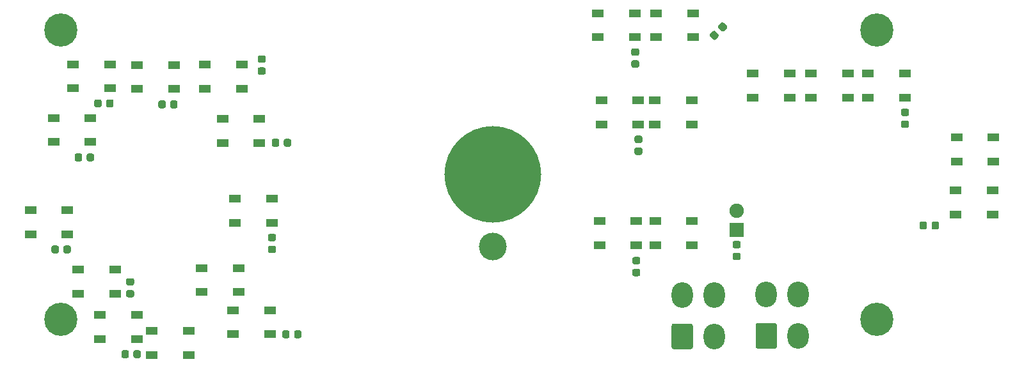
<source format=gbr>
%TF.GenerationSoftware,KiCad,Pcbnew,(5.1.6)-1*%
%TF.CreationDate,2020-12-18T19:30:20+11:00*%
%TF.ProjectId,FCS Panel PCB V2,46435320-5061-46e6-956c-205043422056,rev?*%
%TF.SameCoordinates,Original*%
%TF.FileFunction,Soldermask,Top*%
%TF.FilePolarity,Negative*%
%FSLAX46Y46*%
G04 Gerber Fmt 4.6, Leading zero omitted, Abs format (unit mm)*
G04 Created by KiCad (PCBNEW (5.1.6)-1) date 2020-12-18 19:30:20*
%MOMM*%
%LPD*%
G01*
G04 APERTURE LIST*
%ADD10C,4.400000*%
%ADD11C,12.800000*%
%ADD12C,3.672000*%
%ADD13O,2.800000X3.400000*%
%ADD14C,1.900000*%
%ADD15R,1.900000X1.900000*%
%ADD16R,1.600000X1.100000*%
G04 APERTURE END LIST*
D10*
%TO.C,4*%
X90200894Y-90014146D03*
%TD*%
%TO.C,3*%
X198150894Y-90014146D03*
%TD*%
%TO.C,2*%
X198150894Y-51660146D03*
%TD*%
%TO.C,1*%
X90200894Y-51660146D03*
%TD*%
D11*
%TO.C,1*%
X147350894Y-70837146D03*
X147350894Y-70837146D03*
D12*
X147350894Y-80362146D03*
%TD*%
%TO.C,R1*%
G36*
G01*
X179902250Y-80606700D02*
X179339750Y-80606700D01*
G75*
G02*
X179096000Y-80362950I0J243750D01*
G01*
X179096000Y-79875450D01*
G75*
G02*
X179339750Y-79631700I243750J0D01*
G01*
X179902250Y-79631700D01*
G75*
G02*
X180146000Y-79875450I0J-243750D01*
G01*
X180146000Y-80362950D01*
G75*
G02*
X179902250Y-80606700I-243750J0D01*
G01*
G37*
G36*
G01*
X179902250Y-82181700D02*
X179339750Y-82181700D01*
G75*
G02*
X179096000Y-81937950I0J243750D01*
G01*
X179096000Y-81450450D01*
G75*
G02*
X179339750Y-81206700I243750J0D01*
G01*
X179902250Y-81206700D01*
G75*
G02*
X180146000Y-81450450I0J-243750D01*
G01*
X180146000Y-81937950D01*
G75*
G02*
X179902250Y-82181700I-243750J0D01*
G01*
G37*
%TD*%
D13*
%TO.C,J2*%
X176624000Y-86788400D03*
X172424000Y-86788400D03*
X176624000Y-92288400D03*
G36*
G01*
X171024000Y-93729140D02*
X171024000Y-90847660D01*
G75*
G02*
X171283260Y-90588400I259260J0D01*
G01*
X173564740Y-90588400D01*
G75*
G02*
X173824000Y-90847660I0J-259260D01*
G01*
X173824000Y-93729140D01*
G75*
G02*
X173564740Y-93988400I-259260J0D01*
G01*
X171283260Y-93988400D01*
G75*
G02*
X171024000Y-93729140I0J259260D01*
G01*
G37*
%TD*%
%TO.C,J1*%
X187747000Y-86717200D03*
X183547000Y-86717200D03*
X187747000Y-92217200D03*
G36*
G01*
X182147000Y-93657940D02*
X182147000Y-90776460D01*
G75*
G02*
X182406260Y-90517200I259260J0D01*
G01*
X184687740Y-90517200D01*
G75*
G02*
X184947000Y-90776460I0J-259260D01*
G01*
X184947000Y-93657940D01*
G75*
G02*
X184687740Y-93917200I-259260J0D01*
G01*
X182406260Y-93917200D01*
G75*
G02*
X182147000Y-93657940I0J259260D01*
G01*
G37*
%TD*%
%TO.C,C17*%
G36*
G01*
X104686000Y-61810250D02*
X104686000Y-61247750D01*
G75*
G02*
X104929750Y-61004000I243750J0D01*
G01*
X105417250Y-61004000D01*
G75*
G02*
X105661000Y-61247750I0J-243750D01*
G01*
X105661000Y-61810250D01*
G75*
G02*
X105417250Y-62054000I-243750J0D01*
G01*
X104929750Y-62054000D01*
G75*
G02*
X104686000Y-61810250I0J243750D01*
G01*
G37*
G36*
G01*
X103111000Y-61810250D02*
X103111000Y-61247750D01*
G75*
G02*
X103354750Y-61004000I243750J0D01*
G01*
X103842250Y-61004000D01*
G75*
G02*
X104086000Y-61247750I0J-243750D01*
G01*
X104086000Y-61810250D01*
G75*
G02*
X103842250Y-62054000I-243750J0D01*
G01*
X103354750Y-62054000D01*
G75*
G02*
X103111000Y-61810250I0J243750D01*
G01*
G37*
%TD*%
%TO.C,C16*%
G36*
G01*
X166621250Y-82735200D02*
X166058750Y-82735200D01*
G75*
G02*
X165815000Y-82491450I0J243750D01*
G01*
X165815000Y-82003950D01*
G75*
G02*
X166058750Y-81760200I243750J0D01*
G01*
X166621250Y-81760200D01*
G75*
G02*
X166865000Y-82003950I0J-243750D01*
G01*
X166865000Y-82491450D01*
G75*
G02*
X166621250Y-82735200I-243750J0D01*
G01*
G37*
G36*
G01*
X166621250Y-84310200D02*
X166058750Y-84310200D01*
G75*
G02*
X165815000Y-84066450I0J243750D01*
G01*
X165815000Y-83578950D01*
G75*
G02*
X166058750Y-83335200I243750J0D01*
G01*
X166621250Y-83335200D01*
G75*
G02*
X166865000Y-83578950I0J-243750D01*
G01*
X166865000Y-84066450D01*
G75*
G02*
X166621250Y-84310200I-243750J0D01*
G01*
G37*
%TD*%
%TO.C,C15*%
G36*
G01*
X90558800Y-81040550D02*
X90558800Y-80478050D01*
G75*
G02*
X90802550Y-80234300I243750J0D01*
G01*
X91290050Y-80234300D01*
G75*
G02*
X91533800Y-80478050I0J-243750D01*
G01*
X91533800Y-81040550D01*
G75*
G02*
X91290050Y-81284300I-243750J0D01*
G01*
X90802550Y-81284300D01*
G75*
G02*
X90558800Y-81040550I0J243750D01*
G01*
G37*
G36*
G01*
X88983800Y-81040550D02*
X88983800Y-80478050D01*
G75*
G02*
X89227550Y-80234300I243750J0D01*
G01*
X89715050Y-80234300D01*
G75*
G02*
X89958800Y-80478050I0J-243750D01*
G01*
X89958800Y-81040550D01*
G75*
G02*
X89715050Y-81284300I-243750J0D01*
G01*
X89227550Y-81284300D01*
G75*
G02*
X88983800Y-81040550I0J243750D01*
G01*
G37*
%TD*%
%TO.C,C14*%
G36*
G01*
X99101350Y-86144500D02*
X99663850Y-86144500D01*
G75*
G02*
X99907600Y-86388250I0J-243750D01*
G01*
X99907600Y-86875750D01*
G75*
G02*
X99663850Y-87119500I-243750J0D01*
G01*
X99101350Y-87119500D01*
G75*
G02*
X98857600Y-86875750I0J243750D01*
G01*
X98857600Y-86388250D01*
G75*
G02*
X99101350Y-86144500I243750J0D01*
G01*
G37*
G36*
G01*
X99101350Y-84569500D02*
X99663850Y-84569500D01*
G75*
G02*
X99907600Y-84813250I0J-243750D01*
G01*
X99907600Y-85300750D01*
G75*
G02*
X99663850Y-85544500I-243750J0D01*
G01*
X99101350Y-85544500D01*
G75*
G02*
X98857600Y-85300750I0J243750D01*
G01*
X98857600Y-84813250D01*
G75*
G02*
X99101350Y-84569500I243750J0D01*
G01*
G37*
%TD*%
%TO.C,C13*%
G36*
G01*
X205405000Y-77868050D02*
X205405000Y-77305550D01*
G75*
G02*
X205648750Y-77061800I243750J0D01*
G01*
X206136250Y-77061800D01*
G75*
G02*
X206380000Y-77305550I0J-243750D01*
G01*
X206380000Y-77868050D01*
G75*
G02*
X206136250Y-78111800I-243750J0D01*
G01*
X205648750Y-78111800D01*
G75*
G02*
X205405000Y-77868050I0J243750D01*
G01*
G37*
G36*
G01*
X203830000Y-77868050D02*
X203830000Y-77305550D01*
G75*
G02*
X204073750Y-77061800I243750J0D01*
G01*
X204561250Y-77061800D01*
G75*
G02*
X204805000Y-77305550I0J-243750D01*
G01*
X204805000Y-77868050D01*
G75*
G02*
X204561250Y-78111800I-243750J0D01*
G01*
X204073750Y-78111800D01*
G75*
G02*
X203830000Y-77868050I0J243750D01*
G01*
G37*
%TD*%
%TO.C,C12*%
G36*
G01*
X202173250Y-63073100D02*
X201610750Y-63073100D01*
G75*
G02*
X201367000Y-62829350I0J243750D01*
G01*
X201367000Y-62341850D01*
G75*
G02*
X201610750Y-62098100I243750J0D01*
G01*
X202173250Y-62098100D01*
G75*
G02*
X202417000Y-62341850I0J-243750D01*
G01*
X202417000Y-62829350D01*
G75*
G02*
X202173250Y-63073100I-243750J0D01*
G01*
G37*
G36*
G01*
X202173250Y-64648100D02*
X201610750Y-64648100D01*
G75*
G02*
X201367000Y-64404350I0J243750D01*
G01*
X201367000Y-63916850D01*
G75*
G02*
X201610750Y-63673100I243750J0D01*
G01*
X202173250Y-63673100D01*
G75*
G02*
X202417000Y-63916850I0J-243750D01*
G01*
X202417000Y-64404350D01*
G75*
G02*
X202173250Y-64648100I-243750J0D01*
G01*
G37*
%TD*%
%TO.C,C11*%
G36*
G01*
X166908250Y-66651800D02*
X166345750Y-66651800D01*
G75*
G02*
X166102000Y-66408050I0J243750D01*
G01*
X166102000Y-65920550D01*
G75*
G02*
X166345750Y-65676800I243750J0D01*
G01*
X166908250Y-65676800D01*
G75*
G02*
X167152000Y-65920550I0J-243750D01*
G01*
X167152000Y-66408050D01*
G75*
G02*
X166908250Y-66651800I-243750J0D01*
G01*
G37*
G36*
G01*
X166908250Y-68226800D02*
X166345750Y-68226800D01*
G75*
G02*
X166102000Y-67983050I0J243750D01*
G01*
X166102000Y-67495550D01*
G75*
G02*
X166345750Y-67251800I243750J0D01*
G01*
X166908250Y-67251800D01*
G75*
G02*
X167152000Y-67495550I0J-243750D01*
G01*
X167152000Y-67983050D01*
G75*
G02*
X166908250Y-68226800I-243750J0D01*
G01*
G37*
%TD*%
%TO.C,C10*%
G36*
G01*
X176799994Y-51836259D02*
X177197741Y-52234007D01*
G75*
G02*
X177197741Y-52578721I-172357J-172357D01*
G01*
X176853027Y-52923435D01*
G75*
G02*
X176508313Y-52923435I-172357J172357D01*
G01*
X176110565Y-52525687D01*
G75*
G02*
X176110565Y-52180973I172357J172357D01*
G01*
X176455279Y-51836259D01*
G75*
G02*
X176799993Y-51836259I172357J-172357D01*
G01*
G37*
G36*
G01*
X177913688Y-50722565D02*
X178311435Y-51120313D01*
G75*
G02*
X178311435Y-51465027I-172357J-172357D01*
G01*
X177966721Y-51809741D01*
G75*
G02*
X177622007Y-51809741I-172357J172357D01*
G01*
X177224259Y-51411993D01*
G75*
G02*
X177224259Y-51067279I172357J172357D01*
G01*
X177568973Y-50722565D01*
G75*
G02*
X177913687Y-50722565I172357J-172357D01*
G01*
G37*
%TD*%
%TO.C,C9*%
G36*
G01*
X166483250Y-55082100D02*
X165920750Y-55082100D01*
G75*
G02*
X165677000Y-54838350I0J243750D01*
G01*
X165677000Y-54350850D01*
G75*
G02*
X165920750Y-54107100I243750J0D01*
G01*
X166483250Y-54107100D01*
G75*
G02*
X166727000Y-54350850I0J-243750D01*
G01*
X166727000Y-54838350D01*
G75*
G02*
X166483250Y-55082100I-243750J0D01*
G01*
G37*
G36*
G01*
X166483250Y-56657100D02*
X165920750Y-56657100D01*
G75*
G02*
X165677000Y-56413350I0J243750D01*
G01*
X165677000Y-55925850D01*
G75*
G02*
X165920750Y-55682100I243750J0D01*
G01*
X166483250Y-55682100D01*
G75*
G02*
X166727000Y-55925850I0J-243750D01*
G01*
X166727000Y-56413350D01*
G75*
G02*
X166483250Y-56657100I-243750J0D01*
G01*
G37*
%TD*%
%TO.C,C8*%
G36*
G01*
X119108000Y-66335350D02*
X119108000Y-66897850D01*
G75*
G02*
X118864250Y-67141600I-243750J0D01*
G01*
X118376750Y-67141600D01*
G75*
G02*
X118133000Y-66897850I0J243750D01*
G01*
X118133000Y-66335350D01*
G75*
G02*
X118376750Y-66091600I243750J0D01*
G01*
X118864250Y-66091600D01*
G75*
G02*
X119108000Y-66335350I0J-243750D01*
G01*
G37*
G36*
G01*
X120683000Y-66335350D02*
X120683000Y-66897850D01*
G75*
G02*
X120439250Y-67141600I-243750J0D01*
G01*
X119951750Y-67141600D01*
G75*
G02*
X119708000Y-66897850I0J243750D01*
G01*
X119708000Y-66335350D01*
G75*
G02*
X119951750Y-66091600I243750J0D01*
G01*
X120439250Y-66091600D01*
G75*
G02*
X120683000Y-66335350I0J-243750D01*
G01*
G37*
%TD*%
%TO.C,C7*%
G36*
G01*
X118429250Y-79666900D02*
X117866750Y-79666900D01*
G75*
G02*
X117623000Y-79423150I0J243750D01*
G01*
X117623000Y-78935650D01*
G75*
G02*
X117866750Y-78691900I243750J0D01*
G01*
X118429250Y-78691900D01*
G75*
G02*
X118673000Y-78935650I0J-243750D01*
G01*
X118673000Y-79423150D01*
G75*
G02*
X118429250Y-79666900I-243750J0D01*
G01*
G37*
G36*
G01*
X118429250Y-81241900D02*
X117866750Y-81241900D01*
G75*
G02*
X117623000Y-80998150I0J243750D01*
G01*
X117623000Y-80510650D01*
G75*
G02*
X117866750Y-80266900I243750J0D01*
G01*
X118429250Y-80266900D01*
G75*
G02*
X118673000Y-80510650I0J-243750D01*
G01*
X118673000Y-80998150D01*
G75*
G02*
X118429250Y-81241900I-243750J0D01*
G01*
G37*
%TD*%
%TO.C,C6*%
G36*
G01*
X120480000Y-91722650D02*
X120480000Y-92285150D01*
G75*
G02*
X120236250Y-92528900I-243750J0D01*
G01*
X119748750Y-92528900D01*
G75*
G02*
X119505000Y-92285150I0J243750D01*
G01*
X119505000Y-91722650D01*
G75*
G02*
X119748750Y-91478900I243750J0D01*
G01*
X120236250Y-91478900D01*
G75*
G02*
X120480000Y-91722650I0J-243750D01*
G01*
G37*
G36*
G01*
X122055000Y-91722650D02*
X122055000Y-92285150D01*
G75*
G02*
X121811250Y-92528900I-243750J0D01*
G01*
X121323750Y-92528900D01*
G75*
G02*
X121080000Y-92285150I0J243750D01*
G01*
X121080000Y-91722650D01*
G75*
G02*
X121323750Y-91478900I243750J0D01*
G01*
X121811250Y-91478900D01*
G75*
G02*
X122055000Y-91722650I0J-243750D01*
G01*
G37*
%TD*%
%TO.C,C5*%
G36*
G01*
X99814600Y-94924150D02*
X99814600Y-94361650D01*
G75*
G02*
X100058350Y-94117900I243750J0D01*
G01*
X100545850Y-94117900D01*
G75*
G02*
X100789600Y-94361650I0J-243750D01*
G01*
X100789600Y-94924150D01*
G75*
G02*
X100545850Y-95167900I-243750J0D01*
G01*
X100058350Y-95167900D01*
G75*
G02*
X99814600Y-94924150I0J243750D01*
G01*
G37*
G36*
G01*
X98239600Y-94924150D02*
X98239600Y-94361650D01*
G75*
G02*
X98483350Y-94117900I243750J0D01*
G01*
X98970850Y-94117900D01*
G75*
G02*
X99214600Y-94361650I0J-243750D01*
G01*
X99214600Y-94924150D01*
G75*
G02*
X98970850Y-95167900I-243750J0D01*
G01*
X98483350Y-95167900D01*
G75*
G02*
X98239600Y-94924150I0J243750D01*
G01*
G37*
%TD*%
%TO.C,C4*%
G36*
G01*
X93629700Y-68843450D02*
X93629700Y-68280950D01*
G75*
G02*
X93873450Y-68037200I243750J0D01*
G01*
X94360950Y-68037200D01*
G75*
G02*
X94604700Y-68280950I0J-243750D01*
G01*
X94604700Y-68843450D01*
G75*
G02*
X94360950Y-69087200I-243750J0D01*
G01*
X93873450Y-69087200D01*
G75*
G02*
X93629700Y-68843450I0J243750D01*
G01*
G37*
G36*
G01*
X92054700Y-68843450D02*
X92054700Y-68280950D01*
G75*
G02*
X92298450Y-68037200I243750J0D01*
G01*
X92785950Y-68037200D01*
G75*
G02*
X93029700Y-68280950I0J-243750D01*
G01*
X93029700Y-68843450D01*
G75*
G02*
X92785950Y-69087200I-243750J0D01*
G01*
X92298450Y-69087200D01*
G75*
G02*
X92054700Y-68843450I0J243750D01*
G01*
G37*
%TD*%
%TO.C,C3*%
G36*
G01*
X96217900Y-61678150D02*
X96217900Y-61115650D01*
G75*
G02*
X96461650Y-60871900I243750J0D01*
G01*
X96949150Y-60871900D01*
G75*
G02*
X97192900Y-61115650I0J-243750D01*
G01*
X97192900Y-61678150D01*
G75*
G02*
X96949150Y-61921900I-243750J0D01*
G01*
X96461650Y-61921900D01*
G75*
G02*
X96217900Y-61678150I0J243750D01*
G01*
G37*
G36*
G01*
X94642900Y-61678150D02*
X94642900Y-61115650D01*
G75*
G02*
X94886650Y-60871900I243750J0D01*
G01*
X95374150Y-60871900D01*
G75*
G02*
X95617900Y-61115650I0J-243750D01*
G01*
X95617900Y-61678150D01*
G75*
G02*
X95374150Y-61921900I-243750J0D01*
G01*
X94886650Y-61921900D01*
G75*
G02*
X94642900Y-61678150I0J243750D01*
G01*
G37*
%TD*%
%TO.C,C2*%
G36*
G01*
X116507750Y-56622000D02*
X117070250Y-56622000D01*
G75*
G02*
X117314000Y-56865750I0J-243750D01*
G01*
X117314000Y-57353250D01*
G75*
G02*
X117070250Y-57597000I-243750J0D01*
G01*
X116507750Y-57597000D01*
G75*
G02*
X116264000Y-57353250I0J243750D01*
G01*
X116264000Y-56865750D01*
G75*
G02*
X116507750Y-56622000I243750J0D01*
G01*
G37*
G36*
G01*
X116507750Y-55047000D02*
X117070250Y-55047000D01*
G75*
G02*
X117314000Y-55290750I0J-243750D01*
G01*
X117314000Y-55778250D01*
G75*
G02*
X117070250Y-56022000I-243750J0D01*
G01*
X116507750Y-56022000D01*
G75*
G02*
X116264000Y-55778250I0J243750D01*
G01*
X116264000Y-55290750D01*
G75*
G02*
X116507750Y-55047000I243750J0D01*
G01*
G37*
%TD*%
D14*
%TO.C,D24*%
X179624000Y-75615800D03*
D15*
X179624000Y-78155800D03*
%TD*%
D16*
%TO.C,D23*%
X208562000Y-72948800D03*
X208562000Y-76148800D03*
X213462000Y-72948800D03*
X213462000Y-76148800D03*
%TD*%
%TO.C,D22*%
X208714000Y-65887600D03*
X208714000Y-69087600D03*
X213614000Y-65887600D03*
X213614000Y-69087600D03*
%TD*%
%TO.C,D21*%
X168836000Y-76962000D03*
X168836000Y-80162000D03*
X173736000Y-76962000D03*
X173736000Y-80162000D03*
%TD*%
%TO.C,D20*%
X161470000Y-76962400D03*
X161470000Y-80162400D03*
X166370000Y-76962400D03*
X166370000Y-80162400D03*
%TD*%
%TO.C,D19*%
X196979000Y-57404000D03*
X196979000Y-60604000D03*
X201879000Y-57404000D03*
X201879000Y-60604000D03*
%TD*%
%TO.C,D18*%
X189433000Y-57404000D03*
X189433000Y-60604000D03*
X194333000Y-57404000D03*
X194333000Y-60604000D03*
%TD*%
%TO.C,D17*%
X181739000Y-57455200D03*
X181739000Y-60655200D03*
X186639000Y-57455200D03*
X186639000Y-60655200D03*
%TD*%
%TO.C,D16*%
X168785000Y-61011200D03*
X168785000Y-64211200D03*
X173685000Y-61011200D03*
X173685000Y-64211200D03*
%TD*%
%TO.C,D15*%
X161724000Y-61010800D03*
X161724000Y-64210800D03*
X166624000Y-61010800D03*
X166624000Y-64210800D03*
%TD*%
%TO.C,D14*%
X168988000Y-49428800D03*
X168988000Y-52628800D03*
X173888000Y-49428800D03*
X173888000Y-52628800D03*
%TD*%
%TO.C,D13*%
X161290000Y-49428400D03*
X161290000Y-52628400D03*
X166190000Y-49428400D03*
X166190000Y-52628400D03*
%TD*%
%TO.C,D12*%
X89244000Y-63322400D03*
X89244000Y-66522400D03*
X94144000Y-63322400D03*
X94144000Y-66522400D03*
%TD*%
%TO.C,D11*%
X86196000Y-75565200D03*
X86196000Y-78765200D03*
X91096000Y-75565200D03*
X91096000Y-78765200D03*
%TD*%
%TO.C,D10*%
X92506800Y-83413600D03*
X92506800Y-86613600D03*
X97406800Y-83413600D03*
X97406800Y-86613600D03*
%TD*%
%TO.C,D9*%
X95390800Y-89433600D03*
X95390800Y-92633600D03*
X100290800Y-89433600D03*
X100290800Y-92633600D03*
%TD*%
%TO.C,D8*%
X102249000Y-91567200D03*
X102249000Y-94767200D03*
X107149000Y-91567200D03*
X107149000Y-94767200D03*
%TD*%
%TO.C,D7*%
X113007000Y-88798400D03*
X113007000Y-91998400D03*
X117907000Y-88798400D03*
X117907000Y-91998400D03*
%TD*%
%TO.C,D6*%
X108841000Y-83210400D03*
X108841000Y-86410400D03*
X113741000Y-83210400D03*
X113741000Y-86410400D03*
%TD*%
%TO.C,D5*%
X113261000Y-74015600D03*
X113261000Y-77215600D03*
X118161000Y-74015600D03*
X118161000Y-77215600D03*
%TD*%
%TO.C,D4*%
X111596000Y-63424000D03*
X111596000Y-66624000D03*
X116496000Y-63424000D03*
X116496000Y-66624000D03*
%TD*%
%TO.C,D3*%
X109298000Y-56235600D03*
X109298000Y-59435600D03*
X114198000Y-56235600D03*
X114198000Y-59435600D03*
%TD*%
%TO.C,D2*%
X100279000Y-56286400D03*
X100279000Y-59486400D03*
X105179000Y-56286400D03*
X105179000Y-59486400D03*
%TD*%
%TO.C,D1*%
X91834800Y-56210400D03*
X91834800Y-59410400D03*
X96734800Y-56210400D03*
X96734800Y-59410400D03*
%TD*%
M02*

</source>
